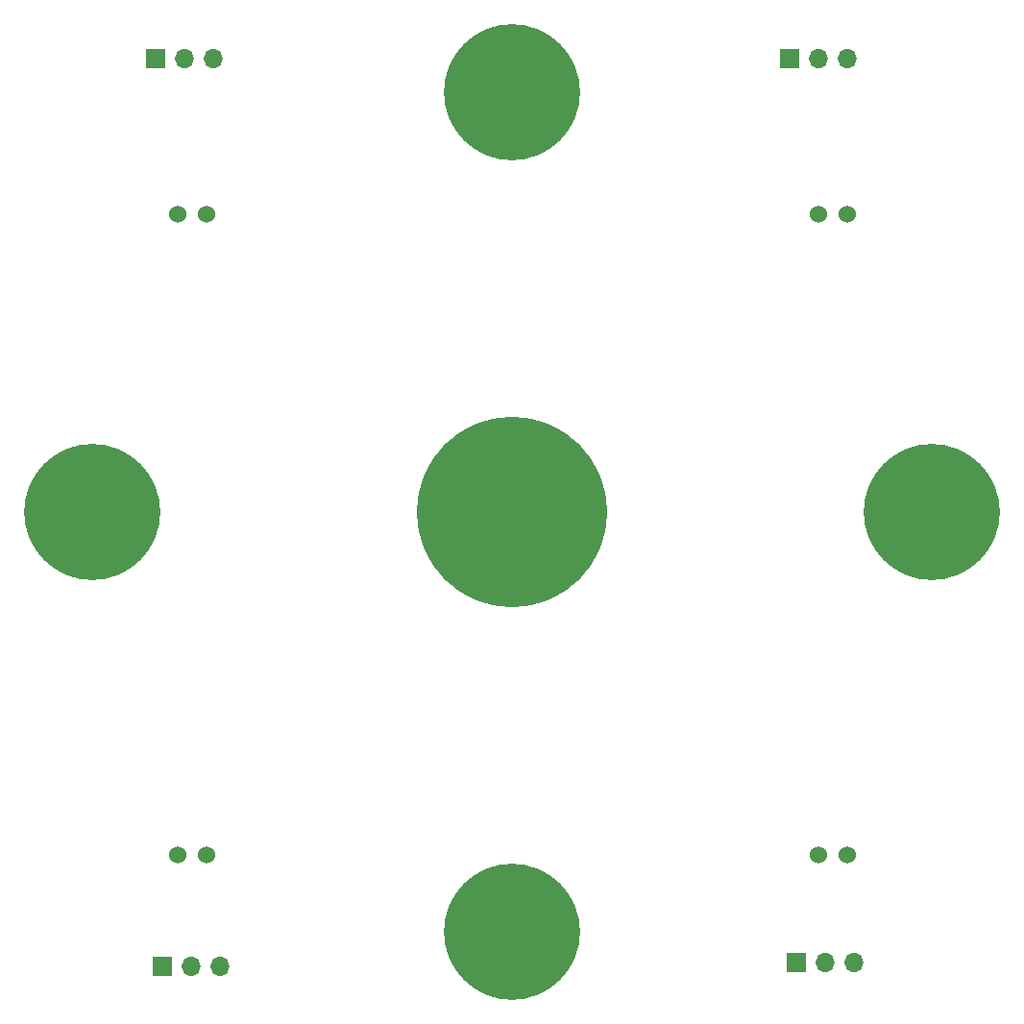
<source format=gbr>
%TF.GenerationSoftware,KiCad,Pcbnew,7.0.5-0*%
%TF.CreationDate,2023-06-12T10:58:38-04:00*%
%TF.ProjectId,quad_sipm,71756164-5f73-4697-906d-2e6b69636164,rev?*%
%TF.SameCoordinates,Original*%
%TF.FileFunction,Soldermask,Top*%
%TF.FilePolarity,Negative*%
%FSLAX46Y46*%
G04 Gerber Fmt 4.6, Leading zero omitted, Abs format (unit mm)*
G04 Created by KiCad (PCBNEW 7.0.5-0) date 2023-06-12 10:58:38*
%MOMM*%
%LPD*%
G01*
G04 APERTURE LIST*
%ADD10C,16.800000*%
%ADD11C,12.000000*%
%ADD12C,1.524000*%
%ADD13R,1.700000X1.700000*%
%ADD14O,1.700000X1.700000*%
G04 APERTURE END LIST*
D10*
%TO.C,H2*%
X100000000Y-100000000D03*
%TD*%
D11*
%TO.C,H3*%
X100000000Y-137000000D03*
%TD*%
%TO.C,H4*%
X137000000Y-100000000D03*
%TD*%
%TO.C,H5*%
X63000000Y-100000000D03*
%TD*%
%TO.C,H1*%
X100000000Y-63000000D03*
%TD*%
D12*
%TO.C,D2*%
X70480000Y-130270000D03*
X73030000Y-130270000D03*
%TD*%
%TO.C,D1*%
X126995000Y-130270000D03*
X129545000Y-130270000D03*
%TD*%
%TO.C,D4*%
X70480000Y-73755000D03*
X73030000Y-73755000D03*
%TD*%
%TO.C,D3*%
X126995000Y-73755000D03*
X129545000Y-73755000D03*
%TD*%
D13*
%TO.C,J1*%
X125050000Y-139745000D03*
D14*
X127590000Y-139745000D03*
X130130000Y-139745000D03*
%TD*%
D13*
%TO.C,J3*%
X124460000Y-60045000D03*
D14*
X127000000Y-60045000D03*
X129540000Y-60045000D03*
%TD*%
D13*
%TO.C,J4*%
X68580000Y-60045000D03*
D14*
X71120000Y-60045000D03*
X73660000Y-60045000D03*
%TD*%
D13*
%TO.C,J2*%
X69170000Y-140045000D03*
D14*
X71710000Y-140045000D03*
X74250000Y-140045000D03*
%TD*%
M02*

</source>
